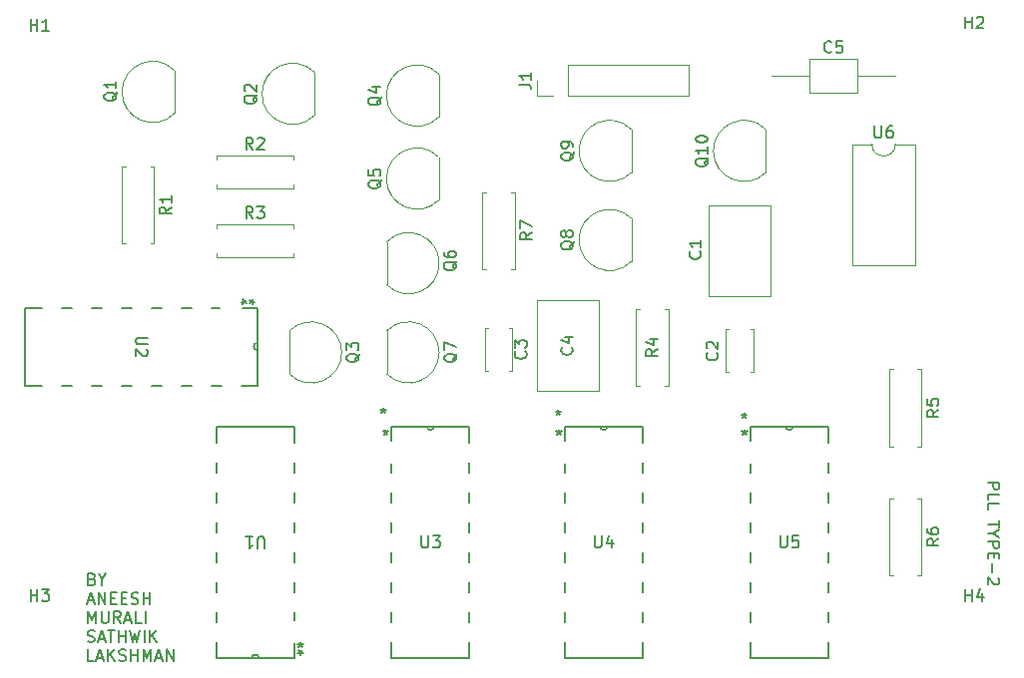
<source format=gbr>
%TF.GenerationSoftware,KiCad,Pcbnew,8.0.7*%
%TF.CreationDate,2024-12-10T16:24:59+05:30*%
%TF.ProjectId,FINAL PROJECT,46494e41-4c20-4505-924f-4a4543542e6b,rev?*%
%TF.SameCoordinates,Original*%
%TF.FileFunction,Legend,Top*%
%TF.FilePolarity,Positive*%
%FSLAX46Y46*%
G04 Gerber Fmt 4.6, Leading zero omitted, Abs format (unit mm)*
G04 Created by KiCad (PCBNEW 8.0.7) date 2024-12-10 16:24:59*
%MOMM*%
%LPD*%
G01*
G04 APERTURE LIST*
%ADD10C,0.150000*%
%ADD11C,0.120000*%
%ADD12C,0.152400*%
G04 APERTURE END LIST*
D10*
X194450180Y-110326779D02*
X195450180Y-110326779D01*
X195450180Y-110326779D02*
X195450180Y-110707731D01*
X195450180Y-110707731D02*
X195402561Y-110802969D01*
X195402561Y-110802969D02*
X195354942Y-110850588D01*
X195354942Y-110850588D02*
X195259704Y-110898207D01*
X195259704Y-110898207D02*
X195116847Y-110898207D01*
X195116847Y-110898207D02*
X195021609Y-110850588D01*
X195021609Y-110850588D02*
X194973990Y-110802969D01*
X194973990Y-110802969D02*
X194926371Y-110707731D01*
X194926371Y-110707731D02*
X194926371Y-110326779D01*
X194450180Y-111802969D02*
X194450180Y-111326779D01*
X194450180Y-111326779D02*
X195450180Y-111326779D01*
X194450180Y-112612493D02*
X194450180Y-112136303D01*
X194450180Y-112136303D02*
X195450180Y-112136303D01*
X195450180Y-113564875D02*
X195450180Y-114136303D01*
X194450180Y-113850589D02*
X195450180Y-113850589D01*
X194926371Y-114660113D02*
X194450180Y-114660113D01*
X195450180Y-114326780D02*
X194926371Y-114660113D01*
X194926371Y-114660113D02*
X195450180Y-114993446D01*
X194450180Y-115326780D02*
X195450180Y-115326780D01*
X195450180Y-115326780D02*
X195450180Y-115707732D01*
X195450180Y-115707732D02*
X195402561Y-115802970D01*
X195402561Y-115802970D02*
X195354942Y-115850589D01*
X195354942Y-115850589D02*
X195259704Y-115898208D01*
X195259704Y-115898208D02*
X195116847Y-115898208D01*
X195116847Y-115898208D02*
X195021609Y-115850589D01*
X195021609Y-115850589D02*
X194973990Y-115802970D01*
X194973990Y-115802970D02*
X194926371Y-115707732D01*
X194926371Y-115707732D02*
X194926371Y-115326780D01*
X194973990Y-116326780D02*
X194973990Y-116660113D01*
X194450180Y-116802970D02*
X194450180Y-116326780D01*
X194450180Y-116326780D02*
X195450180Y-116326780D01*
X195450180Y-116326780D02*
X195450180Y-116802970D01*
X194831133Y-117231542D02*
X194831133Y-117993447D01*
X195354942Y-118422018D02*
X195402561Y-118469637D01*
X195402561Y-118469637D02*
X195450180Y-118564875D01*
X195450180Y-118564875D02*
X195450180Y-118802970D01*
X195450180Y-118802970D02*
X195402561Y-118898208D01*
X195402561Y-118898208D02*
X195354942Y-118945827D01*
X195354942Y-118945827D02*
X195259704Y-118993446D01*
X195259704Y-118993446D02*
X195164466Y-118993446D01*
X195164466Y-118993446D02*
X195021609Y-118945827D01*
X195021609Y-118945827D02*
X194450180Y-118374399D01*
X194450180Y-118374399D02*
X194450180Y-118993446D01*
X118490112Y-118516233D02*
X118632969Y-118563852D01*
X118632969Y-118563852D02*
X118680588Y-118611471D01*
X118680588Y-118611471D02*
X118728207Y-118706709D01*
X118728207Y-118706709D02*
X118728207Y-118849566D01*
X118728207Y-118849566D02*
X118680588Y-118944804D01*
X118680588Y-118944804D02*
X118632969Y-118992424D01*
X118632969Y-118992424D02*
X118537731Y-119040043D01*
X118537731Y-119040043D02*
X118156779Y-119040043D01*
X118156779Y-119040043D02*
X118156779Y-118040043D01*
X118156779Y-118040043D02*
X118490112Y-118040043D01*
X118490112Y-118040043D02*
X118585350Y-118087662D01*
X118585350Y-118087662D02*
X118632969Y-118135281D01*
X118632969Y-118135281D02*
X118680588Y-118230519D01*
X118680588Y-118230519D02*
X118680588Y-118325757D01*
X118680588Y-118325757D02*
X118632969Y-118420995D01*
X118632969Y-118420995D02*
X118585350Y-118468614D01*
X118585350Y-118468614D02*
X118490112Y-118516233D01*
X118490112Y-118516233D02*
X118156779Y-118516233D01*
X119347255Y-118563852D02*
X119347255Y-119040043D01*
X119013922Y-118040043D02*
X119347255Y-118563852D01*
X119347255Y-118563852D02*
X119680588Y-118040043D01*
X118109160Y-120364272D02*
X118585350Y-120364272D01*
X118013922Y-120649987D02*
X118347255Y-119649987D01*
X118347255Y-119649987D02*
X118680588Y-120649987D01*
X119013922Y-120649987D02*
X119013922Y-119649987D01*
X119013922Y-119649987D02*
X119585350Y-120649987D01*
X119585350Y-120649987D02*
X119585350Y-119649987D01*
X120061541Y-120126177D02*
X120394874Y-120126177D01*
X120537731Y-120649987D02*
X120061541Y-120649987D01*
X120061541Y-120649987D02*
X120061541Y-119649987D01*
X120061541Y-119649987D02*
X120537731Y-119649987D01*
X120966303Y-120126177D02*
X121299636Y-120126177D01*
X121442493Y-120649987D02*
X120966303Y-120649987D01*
X120966303Y-120649987D02*
X120966303Y-119649987D01*
X120966303Y-119649987D02*
X121442493Y-119649987D01*
X121823446Y-120602368D02*
X121966303Y-120649987D01*
X121966303Y-120649987D02*
X122204398Y-120649987D01*
X122204398Y-120649987D02*
X122299636Y-120602368D01*
X122299636Y-120602368D02*
X122347255Y-120554748D01*
X122347255Y-120554748D02*
X122394874Y-120459510D01*
X122394874Y-120459510D02*
X122394874Y-120364272D01*
X122394874Y-120364272D02*
X122347255Y-120269034D01*
X122347255Y-120269034D02*
X122299636Y-120221415D01*
X122299636Y-120221415D02*
X122204398Y-120173796D01*
X122204398Y-120173796D02*
X122013922Y-120126177D01*
X122013922Y-120126177D02*
X121918684Y-120078558D01*
X121918684Y-120078558D02*
X121871065Y-120030939D01*
X121871065Y-120030939D02*
X121823446Y-119935701D01*
X121823446Y-119935701D02*
X121823446Y-119840463D01*
X121823446Y-119840463D02*
X121871065Y-119745225D01*
X121871065Y-119745225D02*
X121918684Y-119697606D01*
X121918684Y-119697606D02*
X122013922Y-119649987D01*
X122013922Y-119649987D02*
X122252017Y-119649987D01*
X122252017Y-119649987D02*
X122394874Y-119697606D01*
X122823446Y-120649987D02*
X122823446Y-119649987D01*
X122823446Y-120126177D02*
X123394874Y-120126177D01*
X123394874Y-120649987D02*
X123394874Y-119649987D01*
X118156779Y-122259931D02*
X118156779Y-121259931D01*
X118156779Y-121259931D02*
X118490112Y-121974216D01*
X118490112Y-121974216D02*
X118823445Y-121259931D01*
X118823445Y-121259931D02*
X118823445Y-122259931D01*
X119299636Y-121259931D02*
X119299636Y-122069454D01*
X119299636Y-122069454D02*
X119347255Y-122164692D01*
X119347255Y-122164692D02*
X119394874Y-122212312D01*
X119394874Y-122212312D02*
X119490112Y-122259931D01*
X119490112Y-122259931D02*
X119680588Y-122259931D01*
X119680588Y-122259931D02*
X119775826Y-122212312D01*
X119775826Y-122212312D02*
X119823445Y-122164692D01*
X119823445Y-122164692D02*
X119871064Y-122069454D01*
X119871064Y-122069454D02*
X119871064Y-121259931D01*
X120918683Y-122259931D02*
X120585350Y-121783740D01*
X120347255Y-122259931D02*
X120347255Y-121259931D01*
X120347255Y-121259931D02*
X120728207Y-121259931D01*
X120728207Y-121259931D02*
X120823445Y-121307550D01*
X120823445Y-121307550D02*
X120871064Y-121355169D01*
X120871064Y-121355169D02*
X120918683Y-121450407D01*
X120918683Y-121450407D02*
X120918683Y-121593264D01*
X120918683Y-121593264D02*
X120871064Y-121688502D01*
X120871064Y-121688502D02*
X120823445Y-121736121D01*
X120823445Y-121736121D02*
X120728207Y-121783740D01*
X120728207Y-121783740D02*
X120347255Y-121783740D01*
X121299636Y-121974216D02*
X121775826Y-121974216D01*
X121204398Y-122259931D02*
X121537731Y-121259931D01*
X121537731Y-121259931D02*
X121871064Y-122259931D01*
X122680588Y-122259931D02*
X122204398Y-122259931D01*
X122204398Y-122259931D02*
X122204398Y-121259931D01*
X123013922Y-122259931D02*
X123013922Y-121259931D01*
X118109160Y-123822256D02*
X118252017Y-123869875D01*
X118252017Y-123869875D02*
X118490112Y-123869875D01*
X118490112Y-123869875D02*
X118585350Y-123822256D01*
X118585350Y-123822256D02*
X118632969Y-123774636D01*
X118632969Y-123774636D02*
X118680588Y-123679398D01*
X118680588Y-123679398D02*
X118680588Y-123584160D01*
X118680588Y-123584160D02*
X118632969Y-123488922D01*
X118632969Y-123488922D02*
X118585350Y-123441303D01*
X118585350Y-123441303D02*
X118490112Y-123393684D01*
X118490112Y-123393684D02*
X118299636Y-123346065D01*
X118299636Y-123346065D02*
X118204398Y-123298446D01*
X118204398Y-123298446D02*
X118156779Y-123250827D01*
X118156779Y-123250827D02*
X118109160Y-123155589D01*
X118109160Y-123155589D02*
X118109160Y-123060351D01*
X118109160Y-123060351D02*
X118156779Y-122965113D01*
X118156779Y-122965113D02*
X118204398Y-122917494D01*
X118204398Y-122917494D02*
X118299636Y-122869875D01*
X118299636Y-122869875D02*
X118537731Y-122869875D01*
X118537731Y-122869875D02*
X118680588Y-122917494D01*
X119061541Y-123584160D02*
X119537731Y-123584160D01*
X118966303Y-123869875D02*
X119299636Y-122869875D01*
X119299636Y-122869875D02*
X119632969Y-123869875D01*
X119823446Y-122869875D02*
X120394874Y-122869875D01*
X120109160Y-123869875D02*
X120109160Y-122869875D01*
X120728208Y-123869875D02*
X120728208Y-122869875D01*
X120728208Y-123346065D02*
X121299636Y-123346065D01*
X121299636Y-123869875D02*
X121299636Y-122869875D01*
X121680589Y-122869875D02*
X121918684Y-123869875D01*
X121918684Y-123869875D02*
X122109160Y-123155589D01*
X122109160Y-123155589D02*
X122299636Y-123869875D01*
X122299636Y-123869875D02*
X122537732Y-122869875D01*
X122918684Y-123869875D02*
X122918684Y-122869875D01*
X123394874Y-123869875D02*
X123394874Y-122869875D01*
X123966302Y-123869875D02*
X123537731Y-123298446D01*
X123966302Y-122869875D02*
X123394874Y-123441303D01*
X118632969Y-125479819D02*
X118156779Y-125479819D01*
X118156779Y-125479819D02*
X118156779Y-124479819D01*
X118918684Y-125194104D02*
X119394874Y-125194104D01*
X118823446Y-125479819D02*
X119156779Y-124479819D01*
X119156779Y-124479819D02*
X119490112Y-125479819D01*
X119823446Y-125479819D02*
X119823446Y-124479819D01*
X120394874Y-125479819D02*
X119966303Y-124908390D01*
X120394874Y-124479819D02*
X119823446Y-125051247D01*
X120775827Y-125432200D02*
X120918684Y-125479819D01*
X120918684Y-125479819D02*
X121156779Y-125479819D01*
X121156779Y-125479819D02*
X121252017Y-125432200D01*
X121252017Y-125432200D02*
X121299636Y-125384580D01*
X121299636Y-125384580D02*
X121347255Y-125289342D01*
X121347255Y-125289342D02*
X121347255Y-125194104D01*
X121347255Y-125194104D02*
X121299636Y-125098866D01*
X121299636Y-125098866D02*
X121252017Y-125051247D01*
X121252017Y-125051247D02*
X121156779Y-125003628D01*
X121156779Y-125003628D02*
X120966303Y-124956009D01*
X120966303Y-124956009D02*
X120871065Y-124908390D01*
X120871065Y-124908390D02*
X120823446Y-124860771D01*
X120823446Y-124860771D02*
X120775827Y-124765533D01*
X120775827Y-124765533D02*
X120775827Y-124670295D01*
X120775827Y-124670295D02*
X120823446Y-124575057D01*
X120823446Y-124575057D02*
X120871065Y-124527438D01*
X120871065Y-124527438D02*
X120966303Y-124479819D01*
X120966303Y-124479819D02*
X121204398Y-124479819D01*
X121204398Y-124479819D02*
X121347255Y-124527438D01*
X121775827Y-125479819D02*
X121775827Y-124479819D01*
X121775827Y-124956009D02*
X122347255Y-124956009D01*
X122347255Y-125479819D02*
X122347255Y-124479819D01*
X122823446Y-125479819D02*
X122823446Y-124479819D01*
X122823446Y-124479819D02*
X123156779Y-125194104D01*
X123156779Y-125194104D02*
X123490112Y-124479819D01*
X123490112Y-124479819D02*
X123490112Y-125479819D01*
X123918684Y-125194104D02*
X124394874Y-125194104D01*
X123823446Y-125479819D02*
X124156779Y-124479819D01*
X124156779Y-124479819D02*
X124490112Y-125479819D01*
X124823446Y-125479819D02*
X124823446Y-124479819D01*
X124823446Y-124479819D02*
X125394874Y-125479819D01*
X125394874Y-125479819D02*
X125394874Y-124479819D01*
X171489580Y-99306666D02*
X171537200Y-99354285D01*
X171537200Y-99354285D02*
X171584819Y-99497142D01*
X171584819Y-99497142D02*
X171584819Y-99592380D01*
X171584819Y-99592380D02*
X171537200Y-99735237D01*
X171537200Y-99735237D02*
X171441961Y-99830475D01*
X171441961Y-99830475D02*
X171346723Y-99878094D01*
X171346723Y-99878094D02*
X171156247Y-99925713D01*
X171156247Y-99925713D02*
X171013390Y-99925713D01*
X171013390Y-99925713D02*
X170822914Y-99878094D01*
X170822914Y-99878094D02*
X170727676Y-99830475D01*
X170727676Y-99830475D02*
X170632438Y-99735237D01*
X170632438Y-99735237D02*
X170584819Y-99592380D01*
X170584819Y-99592380D02*
X170584819Y-99497142D01*
X170584819Y-99497142D02*
X170632438Y-99354285D01*
X170632438Y-99354285D02*
X170680057Y-99306666D01*
X170680057Y-98925713D02*
X170632438Y-98878094D01*
X170632438Y-98878094D02*
X170584819Y-98782856D01*
X170584819Y-98782856D02*
X170584819Y-98544761D01*
X170584819Y-98544761D02*
X170632438Y-98449523D01*
X170632438Y-98449523D02*
X170680057Y-98401904D01*
X170680057Y-98401904D02*
X170775295Y-98354285D01*
X170775295Y-98354285D02*
X170870533Y-98354285D01*
X170870533Y-98354285D02*
X171013390Y-98401904D01*
X171013390Y-98401904D02*
X171584819Y-98973332D01*
X171584819Y-98973332D02*
X171584819Y-98354285D01*
X166464819Y-99016666D02*
X165988628Y-99349999D01*
X166464819Y-99588094D02*
X165464819Y-99588094D01*
X165464819Y-99588094D02*
X165464819Y-99207142D01*
X165464819Y-99207142D02*
X165512438Y-99111904D01*
X165512438Y-99111904D02*
X165560057Y-99064285D01*
X165560057Y-99064285D02*
X165655295Y-99016666D01*
X165655295Y-99016666D02*
X165798152Y-99016666D01*
X165798152Y-99016666D02*
X165893390Y-99064285D01*
X165893390Y-99064285D02*
X165941009Y-99111904D01*
X165941009Y-99111904D02*
X165988628Y-99207142D01*
X165988628Y-99207142D02*
X165988628Y-99588094D01*
X165798152Y-98159523D02*
X166464819Y-98159523D01*
X165417200Y-98397618D02*
X166131485Y-98635713D01*
X166131485Y-98635713D02*
X166131485Y-98016666D01*
X132118333Y-82034819D02*
X131785000Y-81558628D01*
X131546905Y-82034819D02*
X131546905Y-81034819D01*
X131546905Y-81034819D02*
X131927857Y-81034819D01*
X131927857Y-81034819D02*
X132023095Y-81082438D01*
X132023095Y-81082438D02*
X132070714Y-81130057D01*
X132070714Y-81130057D02*
X132118333Y-81225295D01*
X132118333Y-81225295D02*
X132118333Y-81368152D01*
X132118333Y-81368152D02*
X132070714Y-81463390D01*
X132070714Y-81463390D02*
X132023095Y-81511009D01*
X132023095Y-81511009D02*
X131927857Y-81558628D01*
X131927857Y-81558628D02*
X131546905Y-81558628D01*
X132499286Y-81130057D02*
X132546905Y-81082438D01*
X132546905Y-81082438D02*
X132642143Y-81034819D01*
X132642143Y-81034819D02*
X132880238Y-81034819D01*
X132880238Y-81034819D02*
X132975476Y-81082438D01*
X132975476Y-81082438D02*
X133023095Y-81130057D01*
X133023095Y-81130057D02*
X133070714Y-81225295D01*
X133070714Y-81225295D02*
X133070714Y-81320533D01*
X133070714Y-81320533D02*
X133023095Y-81463390D01*
X133023095Y-81463390D02*
X132451667Y-82034819D01*
X132451667Y-82034819D02*
X133070714Y-82034819D01*
X113258095Y-120384819D02*
X113258095Y-119384819D01*
X113258095Y-119861009D02*
X113829523Y-119861009D01*
X113829523Y-120384819D02*
X113829523Y-119384819D01*
X114210476Y-119384819D02*
X114829523Y-119384819D01*
X114829523Y-119384819D02*
X114496190Y-119765771D01*
X114496190Y-119765771D02*
X114639047Y-119765771D01*
X114639047Y-119765771D02*
X114734285Y-119813390D01*
X114734285Y-119813390D02*
X114781904Y-119861009D01*
X114781904Y-119861009D02*
X114829523Y-119956247D01*
X114829523Y-119956247D02*
X114829523Y-120194342D01*
X114829523Y-120194342D02*
X114781904Y-120289580D01*
X114781904Y-120289580D02*
X114734285Y-120337200D01*
X114734285Y-120337200D02*
X114639047Y-120384819D01*
X114639047Y-120384819D02*
X114353333Y-120384819D01*
X114353333Y-120384819D02*
X114258095Y-120337200D01*
X114258095Y-120337200D02*
X114210476Y-120289580D01*
X143040057Y-84615238D02*
X142992438Y-84710476D01*
X142992438Y-84710476D02*
X142897200Y-84805714D01*
X142897200Y-84805714D02*
X142754342Y-84948571D01*
X142754342Y-84948571D02*
X142706723Y-85043809D01*
X142706723Y-85043809D02*
X142706723Y-85139047D01*
X142944819Y-85091428D02*
X142897200Y-85186666D01*
X142897200Y-85186666D02*
X142801961Y-85281904D01*
X142801961Y-85281904D02*
X142611485Y-85329523D01*
X142611485Y-85329523D02*
X142278152Y-85329523D01*
X142278152Y-85329523D02*
X142087676Y-85281904D01*
X142087676Y-85281904D02*
X141992438Y-85186666D01*
X141992438Y-85186666D02*
X141944819Y-85091428D01*
X141944819Y-85091428D02*
X141944819Y-84900952D01*
X141944819Y-84900952D02*
X141992438Y-84805714D01*
X141992438Y-84805714D02*
X142087676Y-84710476D01*
X142087676Y-84710476D02*
X142278152Y-84662857D01*
X142278152Y-84662857D02*
X142611485Y-84662857D01*
X142611485Y-84662857D02*
X142801961Y-84710476D01*
X142801961Y-84710476D02*
X142897200Y-84805714D01*
X142897200Y-84805714D02*
X142944819Y-84900952D01*
X142944819Y-84900952D02*
X142944819Y-85091428D01*
X141944819Y-83758095D02*
X141944819Y-84234285D01*
X141944819Y-84234285D02*
X142421009Y-84281904D01*
X142421009Y-84281904D02*
X142373390Y-84234285D01*
X142373390Y-84234285D02*
X142325771Y-84139047D01*
X142325771Y-84139047D02*
X142325771Y-83900952D01*
X142325771Y-83900952D02*
X142373390Y-83805714D01*
X142373390Y-83805714D02*
X142421009Y-83758095D01*
X142421009Y-83758095D02*
X142516247Y-83710476D01*
X142516247Y-83710476D02*
X142754342Y-83710476D01*
X142754342Y-83710476D02*
X142849580Y-83758095D01*
X142849580Y-83758095D02*
X142897200Y-83805714D01*
X142897200Y-83805714D02*
X142944819Y-83900952D01*
X142944819Y-83900952D02*
X142944819Y-84139047D01*
X142944819Y-84139047D02*
X142897200Y-84234285D01*
X142897200Y-84234285D02*
X142849580Y-84281904D01*
X159370057Y-82265238D02*
X159322438Y-82360476D01*
X159322438Y-82360476D02*
X159227200Y-82455714D01*
X159227200Y-82455714D02*
X159084342Y-82598571D01*
X159084342Y-82598571D02*
X159036723Y-82693809D01*
X159036723Y-82693809D02*
X159036723Y-82789047D01*
X159274819Y-82741428D02*
X159227200Y-82836666D01*
X159227200Y-82836666D02*
X159131961Y-82931904D01*
X159131961Y-82931904D02*
X158941485Y-82979523D01*
X158941485Y-82979523D02*
X158608152Y-82979523D01*
X158608152Y-82979523D02*
X158417676Y-82931904D01*
X158417676Y-82931904D02*
X158322438Y-82836666D01*
X158322438Y-82836666D02*
X158274819Y-82741428D01*
X158274819Y-82741428D02*
X158274819Y-82550952D01*
X158274819Y-82550952D02*
X158322438Y-82455714D01*
X158322438Y-82455714D02*
X158417676Y-82360476D01*
X158417676Y-82360476D02*
X158608152Y-82312857D01*
X158608152Y-82312857D02*
X158941485Y-82312857D01*
X158941485Y-82312857D02*
X159131961Y-82360476D01*
X159131961Y-82360476D02*
X159227200Y-82455714D01*
X159227200Y-82455714D02*
X159274819Y-82550952D01*
X159274819Y-82550952D02*
X159274819Y-82741428D01*
X159274819Y-81836666D02*
X159274819Y-81646190D01*
X159274819Y-81646190D02*
X159227200Y-81550952D01*
X159227200Y-81550952D02*
X159179580Y-81503333D01*
X159179580Y-81503333D02*
X159036723Y-81408095D01*
X159036723Y-81408095D02*
X158846247Y-81360476D01*
X158846247Y-81360476D02*
X158465295Y-81360476D01*
X158465295Y-81360476D02*
X158370057Y-81408095D01*
X158370057Y-81408095D02*
X158322438Y-81455714D01*
X158322438Y-81455714D02*
X158274819Y-81550952D01*
X158274819Y-81550952D02*
X158274819Y-81741428D01*
X158274819Y-81741428D02*
X158322438Y-81836666D01*
X158322438Y-81836666D02*
X158370057Y-81884285D01*
X158370057Y-81884285D02*
X158465295Y-81931904D01*
X158465295Y-81931904D02*
X158703390Y-81931904D01*
X158703390Y-81931904D02*
X158798628Y-81884285D01*
X158798628Y-81884285D02*
X158846247Y-81836666D01*
X158846247Y-81836666D02*
X158893866Y-81741428D01*
X158893866Y-81741428D02*
X158893866Y-81550952D01*
X158893866Y-81550952D02*
X158846247Y-81455714D01*
X158846247Y-81455714D02*
X158798628Y-81408095D01*
X158798628Y-81408095D02*
X158703390Y-81360476D01*
X155784819Y-89106666D02*
X155308628Y-89439999D01*
X155784819Y-89678094D02*
X154784819Y-89678094D01*
X154784819Y-89678094D02*
X154784819Y-89297142D01*
X154784819Y-89297142D02*
X154832438Y-89201904D01*
X154832438Y-89201904D02*
X154880057Y-89154285D01*
X154880057Y-89154285D02*
X154975295Y-89106666D01*
X154975295Y-89106666D02*
X155118152Y-89106666D01*
X155118152Y-89106666D02*
X155213390Y-89154285D01*
X155213390Y-89154285D02*
X155261009Y-89201904D01*
X155261009Y-89201904D02*
X155308628Y-89297142D01*
X155308628Y-89297142D02*
X155308628Y-89678094D01*
X154784819Y-88773332D02*
X154784819Y-88106666D01*
X154784819Y-88106666D02*
X155784819Y-88535237D01*
X149420057Y-91555238D02*
X149372438Y-91650476D01*
X149372438Y-91650476D02*
X149277200Y-91745714D01*
X149277200Y-91745714D02*
X149134342Y-91888571D01*
X149134342Y-91888571D02*
X149086723Y-91983809D01*
X149086723Y-91983809D02*
X149086723Y-92079047D01*
X149324819Y-92031428D02*
X149277200Y-92126666D01*
X149277200Y-92126666D02*
X149181961Y-92221904D01*
X149181961Y-92221904D02*
X148991485Y-92269523D01*
X148991485Y-92269523D02*
X148658152Y-92269523D01*
X148658152Y-92269523D02*
X148467676Y-92221904D01*
X148467676Y-92221904D02*
X148372438Y-92126666D01*
X148372438Y-92126666D02*
X148324819Y-92031428D01*
X148324819Y-92031428D02*
X148324819Y-91840952D01*
X148324819Y-91840952D02*
X148372438Y-91745714D01*
X148372438Y-91745714D02*
X148467676Y-91650476D01*
X148467676Y-91650476D02*
X148658152Y-91602857D01*
X148658152Y-91602857D02*
X148991485Y-91602857D01*
X148991485Y-91602857D02*
X149181961Y-91650476D01*
X149181961Y-91650476D02*
X149277200Y-91745714D01*
X149277200Y-91745714D02*
X149324819Y-91840952D01*
X149324819Y-91840952D02*
X149324819Y-92031428D01*
X148324819Y-90745714D02*
X148324819Y-90936190D01*
X148324819Y-90936190D02*
X148372438Y-91031428D01*
X148372438Y-91031428D02*
X148420057Y-91079047D01*
X148420057Y-91079047D02*
X148562914Y-91174285D01*
X148562914Y-91174285D02*
X148753390Y-91221904D01*
X148753390Y-91221904D02*
X149134342Y-91221904D01*
X149134342Y-91221904D02*
X149229580Y-91174285D01*
X149229580Y-91174285D02*
X149277200Y-91126666D01*
X149277200Y-91126666D02*
X149324819Y-91031428D01*
X149324819Y-91031428D02*
X149324819Y-90840952D01*
X149324819Y-90840952D02*
X149277200Y-90745714D01*
X149277200Y-90745714D02*
X149229580Y-90698095D01*
X149229580Y-90698095D02*
X149134342Y-90650476D01*
X149134342Y-90650476D02*
X148896247Y-90650476D01*
X148896247Y-90650476D02*
X148801009Y-90698095D01*
X148801009Y-90698095D02*
X148753390Y-90745714D01*
X148753390Y-90745714D02*
X148705771Y-90840952D01*
X148705771Y-90840952D02*
X148705771Y-91031428D01*
X148705771Y-91031428D02*
X148753390Y-91126666D01*
X148753390Y-91126666D02*
X148801009Y-91174285D01*
X148801009Y-91174285D02*
X148896247Y-91221904D01*
X192538095Y-71764819D02*
X192538095Y-70764819D01*
X192538095Y-71241009D02*
X193109523Y-71241009D01*
X193109523Y-71764819D02*
X193109523Y-70764819D01*
X193538095Y-70860057D02*
X193585714Y-70812438D01*
X193585714Y-70812438D02*
X193680952Y-70764819D01*
X193680952Y-70764819D02*
X193919047Y-70764819D01*
X193919047Y-70764819D02*
X194014285Y-70812438D01*
X194014285Y-70812438D02*
X194061904Y-70860057D01*
X194061904Y-70860057D02*
X194109523Y-70955295D01*
X194109523Y-70955295D02*
X194109523Y-71050533D01*
X194109523Y-71050533D02*
X194061904Y-71193390D01*
X194061904Y-71193390D02*
X193490476Y-71764819D01*
X193490476Y-71764819D02*
X194109523Y-71764819D01*
X159169580Y-98851666D02*
X159217200Y-98899285D01*
X159217200Y-98899285D02*
X159264819Y-99042142D01*
X159264819Y-99042142D02*
X159264819Y-99137380D01*
X159264819Y-99137380D02*
X159217200Y-99280237D01*
X159217200Y-99280237D02*
X159121961Y-99375475D01*
X159121961Y-99375475D02*
X159026723Y-99423094D01*
X159026723Y-99423094D02*
X158836247Y-99470713D01*
X158836247Y-99470713D02*
X158693390Y-99470713D01*
X158693390Y-99470713D02*
X158502914Y-99423094D01*
X158502914Y-99423094D02*
X158407676Y-99375475D01*
X158407676Y-99375475D02*
X158312438Y-99280237D01*
X158312438Y-99280237D02*
X158264819Y-99137380D01*
X158264819Y-99137380D02*
X158264819Y-99042142D01*
X158264819Y-99042142D02*
X158312438Y-98899285D01*
X158312438Y-98899285D02*
X158360057Y-98851666D01*
X158598152Y-97994523D02*
X159264819Y-97994523D01*
X158217200Y-98232618D02*
X158931485Y-98470713D01*
X158931485Y-98470713D02*
X158931485Y-97851666D01*
X190294819Y-104156666D02*
X189818628Y-104489999D01*
X190294819Y-104728094D02*
X189294819Y-104728094D01*
X189294819Y-104728094D02*
X189294819Y-104347142D01*
X189294819Y-104347142D02*
X189342438Y-104251904D01*
X189342438Y-104251904D02*
X189390057Y-104204285D01*
X189390057Y-104204285D02*
X189485295Y-104156666D01*
X189485295Y-104156666D02*
X189628152Y-104156666D01*
X189628152Y-104156666D02*
X189723390Y-104204285D01*
X189723390Y-104204285D02*
X189771009Y-104251904D01*
X189771009Y-104251904D02*
X189818628Y-104347142D01*
X189818628Y-104347142D02*
X189818628Y-104728094D01*
X189294819Y-103251904D02*
X189294819Y-103728094D01*
X189294819Y-103728094D02*
X189771009Y-103775713D01*
X189771009Y-103775713D02*
X189723390Y-103728094D01*
X189723390Y-103728094D02*
X189675771Y-103632856D01*
X189675771Y-103632856D02*
X189675771Y-103394761D01*
X189675771Y-103394761D02*
X189723390Y-103299523D01*
X189723390Y-103299523D02*
X189771009Y-103251904D01*
X189771009Y-103251904D02*
X189866247Y-103204285D01*
X189866247Y-103204285D02*
X190104342Y-103204285D01*
X190104342Y-103204285D02*
X190199580Y-103251904D01*
X190199580Y-103251904D02*
X190247200Y-103299523D01*
X190247200Y-103299523D02*
X190294819Y-103394761D01*
X190294819Y-103394761D02*
X190294819Y-103632856D01*
X190294819Y-103632856D02*
X190247200Y-103728094D01*
X190247200Y-103728094D02*
X190199580Y-103775713D01*
X154709819Y-76513333D02*
X155424104Y-76513333D01*
X155424104Y-76513333D02*
X155566961Y-76560952D01*
X155566961Y-76560952D02*
X155662200Y-76656190D01*
X155662200Y-76656190D02*
X155709819Y-76799047D01*
X155709819Y-76799047D02*
X155709819Y-76894285D01*
X155709819Y-75513333D02*
X155709819Y-76084761D01*
X155709819Y-75799047D02*
X154709819Y-75799047D01*
X154709819Y-75799047D02*
X154852676Y-75894285D01*
X154852676Y-75894285D02*
X154947914Y-75989523D01*
X154947914Y-75989523D02*
X154995533Y-76084761D01*
X190294819Y-115096666D02*
X189818628Y-115429999D01*
X190294819Y-115668094D02*
X189294819Y-115668094D01*
X189294819Y-115668094D02*
X189294819Y-115287142D01*
X189294819Y-115287142D02*
X189342438Y-115191904D01*
X189342438Y-115191904D02*
X189390057Y-115144285D01*
X189390057Y-115144285D02*
X189485295Y-115096666D01*
X189485295Y-115096666D02*
X189628152Y-115096666D01*
X189628152Y-115096666D02*
X189723390Y-115144285D01*
X189723390Y-115144285D02*
X189771009Y-115191904D01*
X189771009Y-115191904D02*
X189818628Y-115287142D01*
X189818628Y-115287142D02*
X189818628Y-115668094D01*
X189294819Y-114239523D02*
X189294819Y-114429999D01*
X189294819Y-114429999D02*
X189342438Y-114525237D01*
X189342438Y-114525237D02*
X189390057Y-114572856D01*
X189390057Y-114572856D02*
X189532914Y-114668094D01*
X189532914Y-114668094D02*
X189723390Y-114715713D01*
X189723390Y-114715713D02*
X190104342Y-114715713D01*
X190104342Y-114715713D02*
X190199580Y-114668094D01*
X190199580Y-114668094D02*
X190247200Y-114620475D01*
X190247200Y-114620475D02*
X190294819Y-114525237D01*
X190294819Y-114525237D02*
X190294819Y-114334761D01*
X190294819Y-114334761D02*
X190247200Y-114239523D01*
X190247200Y-114239523D02*
X190199580Y-114191904D01*
X190199580Y-114191904D02*
X190104342Y-114144285D01*
X190104342Y-114144285D02*
X189866247Y-114144285D01*
X189866247Y-114144285D02*
X189771009Y-114191904D01*
X189771009Y-114191904D02*
X189723390Y-114239523D01*
X189723390Y-114239523D02*
X189675771Y-114334761D01*
X189675771Y-114334761D02*
X189675771Y-114525237D01*
X189675771Y-114525237D02*
X189723390Y-114620475D01*
X189723390Y-114620475D02*
X189771009Y-114668094D01*
X189771009Y-114668094D02*
X189866247Y-114715713D01*
X113258095Y-71954819D02*
X113258095Y-70954819D01*
X113258095Y-71431009D02*
X113829523Y-71431009D01*
X113829523Y-71954819D02*
X113829523Y-70954819D01*
X114829523Y-71954819D02*
X114258095Y-71954819D01*
X114543809Y-71954819D02*
X114543809Y-70954819D01*
X114543809Y-70954819D02*
X114448571Y-71097676D01*
X114448571Y-71097676D02*
X114353333Y-71192914D01*
X114353333Y-71192914D02*
X114258095Y-71240533D01*
X159370057Y-89825238D02*
X159322438Y-89920476D01*
X159322438Y-89920476D02*
X159227200Y-90015714D01*
X159227200Y-90015714D02*
X159084342Y-90158571D01*
X159084342Y-90158571D02*
X159036723Y-90253809D01*
X159036723Y-90253809D02*
X159036723Y-90349047D01*
X159274819Y-90301428D02*
X159227200Y-90396666D01*
X159227200Y-90396666D02*
X159131961Y-90491904D01*
X159131961Y-90491904D02*
X158941485Y-90539523D01*
X158941485Y-90539523D02*
X158608152Y-90539523D01*
X158608152Y-90539523D02*
X158417676Y-90491904D01*
X158417676Y-90491904D02*
X158322438Y-90396666D01*
X158322438Y-90396666D02*
X158274819Y-90301428D01*
X158274819Y-90301428D02*
X158274819Y-90110952D01*
X158274819Y-90110952D02*
X158322438Y-90015714D01*
X158322438Y-90015714D02*
X158417676Y-89920476D01*
X158417676Y-89920476D02*
X158608152Y-89872857D01*
X158608152Y-89872857D02*
X158941485Y-89872857D01*
X158941485Y-89872857D02*
X159131961Y-89920476D01*
X159131961Y-89920476D02*
X159227200Y-90015714D01*
X159227200Y-90015714D02*
X159274819Y-90110952D01*
X159274819Y-90110952D02*
X159274819Y-90301428D01*
X158703390Y-89301428D02*
X158655771Y-89396666D01*
X158655771Y-89396666D02*
X158608152Y-89444285D01*
X158608152Y-89444285D02*
X158512914Y-89491904D01*
X158512914Y-89491904D02*
X158465295Y-89491904D01*
X158465295Y-89491904D02*
X158370057Y-89444285D01*
X158370057Y-89444285D02*
X158322438Y-89396666D01*
X158322438Y-89396666D02*
X158274819Y-89301428D01*
X158274819Y-89301428D02*
X158274819Y-89110952D01*
X158274819Y-89110952D02*
X158322438Y-89015714D01*
X158322438Y-89015714D02*
X158370057Y-88968095D01*
X158370057Y-88968095D02*
X158465295Y-88920476D01*
X158465295Y-88920476D02*
X158512914Y-88920476D01*
X158512914Y-88920476D02*
X158608152Y-88968095D01*
X158608152Y-88968095D02*
X158655771Y-89015714D01*
X158655771Y-89015714D02*
X158703390Y-89110952D01*
X158703390Y-89110952D02*
X158703390Y-89301428D01*
X158703390Y-89301428D02*
X158751009Y-89396666D01*
X158751009Y-89396666D02*
X158798628Y-89444285D01*
X158798628Y-89444285D02*
X158893866Y-89491904D01*
X158893866Y-89491904D02*
X159084342Y-89491904D01*
X159084342Y-89491904D02*
X159179580Y-89444285D01*
X159179580Y-89444285D02*
X159227200Y-89396666D01*
X159227200Y-89396666D02*
X159274819Y-89301428D01*
X159274819Y-89301428D02*
X159274819Y-89110952D01*
X159274819Y-89110952D02*
X159227200Y-89015714D01*
X159227200Y-89015714D02*
X159179580Y-88968095D01*
X159179580Y-88968095D02*
X159084342Y-88920476D01*
X159084342Y-88920476D02*
X158893866Y-88920476D01*
X158893866Y-88920476D02*
X158798628Y-88968095D01*
X158798628Y-88968095D02*
X158751009Y-89015714D01*
X158751009Y-89015714D02*
X158703390Y-89110952D01*
X125204819Y-86936666D02*
X124728628Y-87269999D01*
X125204819Y-87508094D02*
X124204819Y-87508094D01*
X124204819Y-87508094D02*
X124204819Y-87127142D01*
X124204819Y-87127142D02*
X124252438Y-87031904D01*
X124252438Y-87031904D02*
X124300057Y-86984285D01*
X124300057Y-86984285D02*
X124395295Y-86936666D01*
X124395295Y-86936666D02*
X124538152Y-86936666D01*
X124538152Y-86936666D02*
X124633390Y-86984285D01*
X124633390Y-86984285D02*
X124681009Y-87031904D01*
X124681009Y-87031904D02*
X124728628Y-87127142D01*
X124728628Y-87127142D02*
X124728628Y-87508094D01*
X125204819Y-85984285D02*
X125204819Y-86555713D01*
X125204819Y-86269999D02*
X124204819Y-86269999D01*
X124204819Y-86269999D02*
X124347676Y-86365237D01*
X124347676Y-86365237D02*
X124442914Y-86460475D01*
X124442914Y-86460475D02*
X124490533Y-86555713D01*
X155239580Y-99196666D02*
X155287200Y-99244285D01*
X155287200Y-99244285D02*
X155334819Y-99387142D01*
X155334819Y-99387142D02*
X155334819Y-99482380D01*
X155334819Y-99482380D02*
X155287200Y-99625237D01*
X155287200Y-99625237D02*
X155191961Y-99720475D01*
X155191961Y-99720475D02*
X155096723Y-99768094D01*
X155096723Y-99768094D02*
X154906247Y-99815713D01*
X154906247Y-99815713D02*
X154763390Y-99815713D01*
X154763390Y-99815713D02*
X154572914Y-99768094D01*
X154572914Y-99768094D02*
X154477676Y-99720475D01*
X154477676Y-99720475D02*
X154382438Y-99625237D01*
X154382438Y-99625237D02*
X154334819Y-99482380D01*
X154334819Y-99482380D02*
X154334819Y-99387142D01*
X154334819Y-99387142D02*
X154382438Y-99244285D01*
X154382438Y-99244285D02*
X154430057Y-99196666D01*
X154334819Y-98863332D02*
X154334819Y-98244285D01*
X154334819Y-98244285D02*
X154715771Y-98577618D01*
X154715771Y-98577618D02*
X154715771Y-98434761D01*
X154715771Y-98434761D02*
X154763390Y-98339523D01*
X154763390Y-98339523D02*
X154811009Y-98291904D01*
X154811009Y-98291904D02*
X154906247Y-98244285D01*
X154906247Y-98244285D02*
X155144342Y-98244285D01*
X155144342Y-98244285D02*
X155239580Y-98291904D01*
X155239580Y-98291904D02*
X155287200Y-98339523D01*
X155287200Y-98339523D02*
X155334819Y-98434761D01*
X155334819Y-98434761D02*
X155334819Y-98720475D01*
X155334819Y-98720475D02*
X155287200Y-98815713D01*
X155287200Y-98815713D02*
X155239580Y-98863332D01*
X170780057Y-82741428D02*
X170732438Y-82836666D01*
X170732438Y-82836666D02*
X170637200Y-82931904D01*
X170637200Y-82931904D02*
X170494342Y-83074761D01*
X170494342Y-83074761D02*
X170446723Y-83169999D01*
X170446723Y-83169999D02*
X170446723Y-83265237D01*
X170684819Y-83217618D02*
X170637200Y-83312856D01*
X170637200Y-83312856D02*
X170541961Y-83408094D01*
X170541961Y-83408094D02*
X170351485Y-83455713D01*
X170351485Y-83455713D02*
X170018152Y-83455713D01*
X170018152Y-83455713D02*
X169827676Y-83408094D01*
X169827676Y-83408094D02*
X169732438Y-83312856D01*
X169732438Y-83312856D02*
X169684819Y-83217618D01*
X169684819Y-83217618D02*
X169684819Y-83027142D01*
X169684819Y-83027142D02*
X169732438Y-82931904D01*
X169732438Y-82931904D02*
X169827676Y-82836666D01*
X169827676Y-82836666D02*
X170018152Y-82789047D01*
X170018152Y-82789047D02*
X170351485Y-82789047D01*
X170351485Y-82789047D02*
X170541961Y-82836666D01*
X170541961Y-82836666D02*
X170637200Y-82931904D01*
X170637200Y-82931904D02*
X170684819Y-83027142D01*
X170684819Y-83027142D02*
X170684819Y-83217618D01*
X170684819Y-81836666D02*
X170684819Y-82408094D01*
X170684819Y-82122380D02*
X169684819Y-82122380D01*
X169684819Y-82122380D02*
X169827676Y-82217618D01*
X169827676Y-82217618D02*
X169922914Y-82312856D01*
X169922914Y-82312856D02*
X169970533Y-82408094D01*
X169684819Y-81217618D02*
X169684819Y-81122380D01*
X169684819Y-81122380D02*
X169732438Y-81027142D01*
X169732438Y-81027142D02*
X169780057Y-80979523D01*
X169780057Y-80979523D02*
X169875295Y-80931904D01*
X169875295Y-80931904D02*
X170065771Y-80884285D01*
X170065771Y-80884285D02*
X170303866Y-80884285D01*
X170303866Y-80884285D02*
X170494342Y-80931904D01*
X170494342Y-80931904D02*
X170589580Y-80979523D01*
X170589580Y-80979523D02*
X170637200Y-81027142D01*
X170637200Y-81027142D02*
X170684819Y-81122380D01*
X170684819Y-81122380D02*
X170684819Y-81217618D01*
X170684819Y-81217618D02*
X170637200Y-81312856D01*
X170637200Y-81312856D02*
X170589580Y-81360475D01*
X170589580Y-81360475D02*
X170494342Y-81408094D01*
X170494342Y-81408094D02*
X170303866Y-81455713D01*
X170303866Y-81455713D02*
X170065771Y-81455713D01*
X170065771Y-81455713D02*
X169875295Y-81408094D01*
X169875295Y-81408094D02*
X169780057Y-81360475D01*
X169780057Y-81360475D02*
X169732438Y-81312856D01*
X169732438Y-81312856D02*
X169684819Y-81217618D01*
X170049580Y-90706666D02*
X170097200Y-90754285D01*
X170097200Y-90754285D02*
X170144819Y-90897142D01*
X170144819Y-90897142D02*
X170144819Y-90992380D01*
X170144819Y-90992380D02*
X170097200Y-91135237D01*
X170097200Y-91135237D02*
X170001961Y-91230475D01*
X170001961Y-91230475D02*
X169906723Y-91278094D01*
X169906723Y-91278094D02*
X169716247Y-91325713D01*
X169716247Y-91325713D02*
X169573390Y-91325713D01*
X169573390Y-91325713D02*
X169382914Y-91278094D01*
X169382914Y-91278094D02*
X169287676Y-91230475D01*
X169287676Y-91230475D02*
X169192438Y-91135237D01*
X169192438Y-91135237D02*
X169144819Y-90992380D01*
X169144819Y-90992380D02*
X169144819Y-90897142D01*
X169144819Y-90897142D02*
X169192438Y-90754285D01*
X169192438Y-90754285D02*
X169240057Y-90706666D01*
X170144819Y-89754285D02*
X170144819Y-90325713D01*
X170144819Y-90039999D02*
X169144819Y-90039999D01*
X169144819Y-90039999D02*
X169287676Y-90135237D01*
X169287676Y-90135237D02*
X169382914Y-90230475D01*
X169382914Y-90230475D02*
X169430533Y-90325713D01*
X161118095Y-114854819D02*
X161118095Y-115664342D01*
X161118095Y-115664342D02*
X161165714Y-115759580D01*
X161165714Y-115759580D02*
X161213333Y-115807200D01*
X161213333Y-115807200D02*
X161308571Y-115854819D01*
X161308571Y-115854819D02*
X161499047Y-115854819D01*
X161499047Y-115854819D02*
X161594285Y-115807200D01*
X161594285Y-115807200D02*
X161641904Y-115759580D01*
X161641904Y-115759580D02*
X161689523Y-115664342D01*
X161689523Y-115664342D02*
X161689523Y-114854819D01*
X162594285Y-115188152D02*
X162594285Y-115854819D01*
X162356190Y-114807200D02*
X162118095Y-115521485D01*
X162118095Y-115521485D02*
X162737142Y-115521485D01*
X158040000Y-104149819D02*
X158040000Y-104387914D01*
X157801905Y-104292676D02*
X158040000Y-104387914D01*
X158040000Y-104387914D02*
X158278095Y-104292676D01*
X157897143Y-104578390D02*
X158040000Y-104387914D01*
X158040000Y-104387914D02*
X158182857Y-104578390D01*
X158070000Y-105825119D02*
X158070000Y-106063214D01*
X157831905Y-105967976D02*
X158070000Y-106063214D01*
X158070000Y-106063214D02*
X158308095Y-105967976D01*
X157927143Y-106253690D02*
X158070000Y-106063214D01*
X158070000Y-106063214D02*
X158212857Y-106253690D01*
X141170057Y-99375238D02*
X141122438Y-99470476D01*
X141122438Y-99470476D02*
X141027200Y-99565714D01*
X141027200Y-99565714D02*
X140884342Y-99708571D01*
X140884342Y-99708571D02*
X140836723Y-99803809D01*
X140836723Y-99803809D02*
X140836723Y-99899047D01*
X141074819Y-99851428D02*
X141027200Y-99946666D01*
X141027200Y-99946666D02*
X140931961Y-100041904D01*
X140931961Y-100041904D02*
X140741485Y-100089523D01*
X140741485Y-100089523D02*
X140408152Y-100089523D01*
X140408152Y-100089523D02*
X140217676Y-100041904D01*
X140217676Y-100041904D02*
X140122438Y-99946666D01*
X140122438Y-99946666D02*
X140074819Y-99851428D01*
X140074819Y-99851428D02*
X140074819Y-99660952D01*
X140074819Y-99660952D02*
X140122438Y-99565714D01*
X140122438Y-99565714D02*
X140217676Y-99470476D01*
X140217676Y-99470476D02*
X140408152Y-99422857D01*
X140408152Y-99422857D02*
X140741485Y-99422857D01*
X140741485Y-99422857D02*
X140931961Y-99470476D01*
X140931961Y-99470476D02*
X141027200Y-99565714D01*
X141027200Y-99565714D02*
X141074819Y-99660952D01*
X141074819Y-99660952D02*
X141074819Y-99851428D01*
X140074819Y-99089523D02*
X140074819Y-98470476D01*
X140074819Y-98470476D02*
X140455771Y-98803809D01*
X140455771Y-98803809D02*
X140455771Y-98660952D01*
X140455771Y-98660952D02*
X140503390Y-98565714D01*
X140503390Y-98565714D02*
X140551009Y-98518095D01*
X140551009Y-98518095D02*
X140646247Y-98470476D01*
X140646247Y-98470476D02*
X140884342Y-98470476D01*
X140884342Y-98470476D02*
X140979580Y-98518095D01*
X140979580Y-98518095D02*
X141027200Y-98565714D01*
X141027200Y-98565714D02*
X141074819Y-98660952D01*
X141074819Y-98660952D02*
X141074819Y-98946666D01*
X141074819Y-98946666D02*
X141027200Y-99041904D01*
X141027200Y-99041904D02*
X140979580Y-99089523D01*
X176868095Y-114854819D02*
X176868095Y-115664342D01*
X176868095Y-115664342D02*
X176915714Y-115759580D01*
X176915714Y-115759580D02*
X176963333Y-115807200D01*
X176963333Y-115807200D02*
X177058571Y-115854819D01*
X177058571Y-115854819D02*
X177249047Y-115854819D01*
X177249047Y-115854819D02*
X177344285Y-115807200D01*
X177344285Y-115807200D02*
X177391904Y-115759580D01*
X177391904Y-115759580D02*
X177439523Y-115664342D01*
X177439523Y-115664342D02*
X177439523Y-114854819D01*
X178391904Y-114854819D02*
X177915714Y-114854819D01*
X177915714Y-114854819D02*
X177868095Y-115331009D01*
X177868095Y-115331009D02*
X177915714Y-115283390D01*
X177915714Y-115283390D02*
X178010952Y-115235771D01*
X178010952Y-115235771D02*
X178249047Y-115235771D01*
X178249047Y-115235771D02*
X178344285Y-115283390D01*
X178344285Y-115283390D02*
X178391904Y-115331009D01*
X178391904Y-115331009D02*
X178439523Y-115426247D01*
X178439523Y-115426247D02*
X178439523Y-115664342D01*
X178439523Y-115664342D02*
X178391904Y-115759580D01*
X178391904Y-115759580D02*
X178344285Y-115807200D01*
X178344285Y-115807200D02*
X178249047Y-115854819D01*
X178249047Y-115854819D02*
X178010952Y-115854819D01*
X178010952Y-115854819D02*
X177915714Y-115807200D01*
X177915714Y-115807200D02*
X177868095Y-115759580D01*
X173800000Y-104414819D02*
X173800000Y-104652914D01*
X173561905Y-104557676D02*
X173800000Y-104652914D01*
X173800000Y-104652914D02*
X174038095Y-104557676D01*
X173657143Y-104843390D02*
X173800000Y-104652914D01*
X173800000Y-104652914D02*
X173942857Y-104843390D01*
X173820000Y-105825119D02*
X173820000Y-106063214D01*
X173581905Y-105967976D02*
X173820000Y-106063214D01*
X173820000Y-106063214D02*
X174058095Y-105967976D01*
X173677143Y-106253690D02*
X173820000Y-106063214D01*
X173820000Y-106063214D02*
X173962857Y-106253690D01*
X181203333Y-73749580D02*
X181155714Y-73797200D01*
X181155714Y-73797200D02*
X181012857Y-73844819D01*
X181012857Y-73844819D02*
X180917619Y-73844819D01*
X180917619Y-73844819D02*
X180774762Y-73797200D01*
X180774762Y-73797200D02*
X180679524Y-73701961D01*
X180679524Y-73701961D02*
X180631905Y-73606723D01*
X180631905Y-73606723D02*
X180584286Y-73416247D01*
X180584286Y-73416247D02*
X180584286Y-73273390D01*
X180584286Y-73273390D02*
X180631905Y-73082914D01*
X180631905Y-73082914D02*
X180679524Y-72987676D01*
X180679524Y-72987676D02*
X180774762Y-72892438D01*
X180774762Y-72892438D02*
X180917619Y-72844819D01*
X180917619Y-72844819D02*
X181012857Y-72844819D01*
X181012857Y-72844819D02*
X181155714Y-72892438D01*
X181155714Y-72892438D02*
X181203333Y-72940057D01*
X182108095Y-72844819D02*
X181631905Y-72844819D01*
X181631905Y-72844819D02*
X181584286Y-73321009D01*
X181584286Y-73321009D02*
X181631905Y-73273390D01*
X181631905Y-73273390D02*
X181727143Y-73225771D01*
X181727143Y-73225771D02*
X181965238Y-73225771D01*
X181965238Y-73225771D02*
X182060476Y-73273390D01*
X182060476Y-73273390D02*
X182108095Y-73321009D01*
X182108095Y-73321009D02*
X182155714Y-73416247D01*
X182155714Y-73416247D02*
X182155714Y-73654342D01*
X182155714Y-73654342D02*
X182108095Y-73749580D01*
X182108095Y-73749580D02*
X182060476Y-73797200D01*
X182060476Y-73797200D02*
X181965238Y-73844819D01*
X181965238Y-73844819D02*
X181727143Y-73844819D01*
X181727143Y-73844819D02*
X181631905Y-73797200D01*
X181631905Y-73797200D02*
X181584286Y-73749580D01*
X146428095Y-114854819D02*
X146428095Y-115664342D01*
X146428095Y-115664342D02*
X146475714Y-115759580D01*
X146475714Y-115759580D02*
X146523333Y-115807200D01*
X146523333Y-115807200D02*
X146618571Y-115854819D01*
X146618571Y-115854819D02*
X146809047Y-115854819D01*
X146809047Y-115854819D02*
X146904285Y-115807200D01*
X146904285Y-115807200D02*
X146951904Y-115759580D01*
X146951904Y-115759580D02*
X146999523Y-115664342D01*
X146999523Y-115664342D02*
X146999523Y-114854819D01*
X147380476Y-114854819D02*
X147999523Y-114854819D01*
X147999523Y-114854819D02*
X147666190Y-115235771D01*
X147666190Y-115235771D02*
X147809047Y-115235771D01*
X147809047Y-115235771D02*
X147904285Y-115283390D01*
X147904285Y-115283390D02*
X147951904Y-115331009D01*
X147951904Y-115331009D02*
X147999523Y-115426247D01*
X147999523Y-115426247D02*
X147999523Y-115664342D01*
X147999523Y-115664342D02*
X147951904Y-115759580D01*
X147951904Y-115759580D02*
X147904285Y-115807200D01*
X147904285Y-115807200D02*
X147809047Y-115854819D01*
X147809047Y-115854819D02*
X147523333Y-115854819D01*
X147523333Y-115854819D02*
X147428095Y-115807200D01*
X147428095Y-115807200D02*
X147380476Y-115759580D01*
X143380000Y-105825119D02*
X143380000Y-106063214D01*
X143141905Y-105967976D02*
X143380000Y-106063214D01*
X143380000Y-106063214D02*
X143618095Y-105967976D01*
X143237143Y-106253690D02*
X143380000Y-106063214D01*
X143380000Y-106063214D02*
X143522857Y-106253690D01*
X143180000Y-104009819D02*
X143180000Y-104247914D01*
X142941905Y-104152676D02*
X143180000Y-104247914D01*
X143180000Y-104247914D02*
X143418095Y-104152676D01*
X143037143Y-104438390D02*
X143180000Y-104247914D01*
X143180000Y-104247914D02*
X143322857Y-104438390D01*
X133106904Y-115945180D02*
X133106904Y-115135657D01*
X133106904Y-115135657D02*
X133059285Y-115040419D01*
X133059285Y-115040419D02*
X133011666Y-114992800D01*
X133011666Y-114992800D02*
X132916428Y-114945180D01*
X132916428Y-114945180D02*
X132725952Y-114945180D01*
X132725952Y-114945180D02*
X132630714Y-114992800D01*
X132630714Y-114992800D02*
X132583095Y-115040419D01*
X132583095Y-115040419D02*
X132535476Y-115135657D01*
X132535476Y-115135657D02*
X132535476Y-115945180D01*
X131535476Y-114945180D02*
X132106904Y-114945180D01*
X131821190Y-114945180D02*
X131821190Y-115945180D01*
X131821190Y-115945180D02*
X131916428Y-115802323D01*
X131916428Y-115802323D02*
X132011666Y-115707085D01*
X132011666Y-115707085D02*
X132106904Y-115659466D01*
X136155000Y-123884519D02*
X136155000Y-124122614D01*
X135916905Y-124027376D02*
X136155000Y-124122614D01*
X136155000Y-124122614D02*
X136393095Y-124027376D01*
X136012143Y-124313090D02*
X136155000Y-124122614D01*
X136155000Y-124122614D02*
X136297857Y-124313090D01*
X136154999Y-124974880D02*
X136154999Y-124736785D01*
X136393094Y-124832023D02*
X136154999Y-124736785D01*
X136154999Y-124736785D02*
X135916904Y-124832023D01*
X136297856Y-124546309D02*
X136154999Y-124736785D01*
X136154999Y-124736785D02*
X136012142Y-124546309D01*
X143040057Y-77565238D02*
X142992438Y-77660476D01*
X142992438Y-77660476D02*
X142897200Y-77755714D01*
X142897200Y-77755714D02*
X142754342Y-77898571D01*
X142754342Y-77898571D02*
X142706723Y-77993809D01*
X142706723Y-77993809D02*
X142706723Y-78089047D01*
X142944819Y-78041428D02*
X142897200Y-78136666D01*
X142897200Y-78136666D02*
X142801961Y-78231904D01*
X142801961Y-78231904D02*
X142611485Y-78279523D01*
X142611485Y-78279523D02*
X142278152Y-78279523D01*
X142278152Y-78279523D02*
X142087676Y-78231904D01*
X142087676Y-78231904D02*
X141992438Y-78136666D01*
X141992438Y-78136666D02*
X141944819Y-78041428D01*
X141944819Y-78041428D02*
X141944819Y-77850952D01*
X141944819Y-77850952D02*
X141992438Y-77755714D01*
X141992438Y-77755714D02*
X142087676Y-77660476D01*
X142087676Y-77660476D02*
X142278152Y-77612857D01*
X142278152Y-77612857D02*
X142611485Y-77612857D01*
X142611485Y-77612857D02*
X142801961Y-77660476D01*
X142801961Y-77660476D02*
X142897200Y-77755714D01*
X142897200Y-77755714D02*
X142944819Y-77850952D01*
X142944819Y-77850952D02*
X142944819Y-78041428D01*
X142278152Y-76755714D02*
X142944819Y-76755714D01*
X141897200Y-76993809D02*
X142611485Y-77231904D01*
X142611485Y-77231904D02*
X142611485Y-76612857D01*
X132118333Y-87894819D02*
X131785000Y-87418628D01*
X131546905Y-87894819D02*
X131546905Y-86894819D01*
X131546905Y-86894819D02*
X131927857Y-86894819D01*
X131927857Y-86894819D02*
X132023095Y-86942438D01*
X132023095Y-86942438D02*
X132070714Y-86990057D01*
X132070714Y-86990057D02*
X132118333Y-87085295D01*
X132118333Y-87085295D02*
X132118333Y-87228152D01*
X132118333Y-87228152D02*
X132070714Y-87323390D01*
X132070714Y-87323390D02*
X132023095Y-87371009D01*
X132023095Y-87371009D02*
X131927857Y-87418628D01*
X131927857Y-87418628D02*
X131546905Y-87418628D01*
X132451667Y-86894819D02*
X133070714Y-86894819D01*
X133070714Y-86894819D02*
X132737381Y-87275771D01*
X132737381Y-87275771D02*
X132880238Y-87275771D01*
X132880238Y-87275771D02*
X132975476Y-87323390D01*
X132975476Y-87323390D02*
X133023095Y-87371009D01*
X133023095Y-87371009D02*
X133070714Y-87466247D01*
X133070714Y-87466247D02*
X133070714Y-87704342D01*
X133070714Y-87704342D02*
X133023095Y-87799580D01*
X133023095Y-87799580D02*
X132975476Y-87847200D01*
X132975476Y-87847200D02*
X132880238Y-87894819D01*
X132880238Y-87894819D02*
X132594524Y-87894819D01*
X132594524Y-87894819D02*
X132499286Y-87847200D01*
X132499286Y-87847200D02*
X132451667Y-87799580D01*
X192538095Y-120384819D02*
X192538095Y-119384819D01*
X192538095Y-119861009D02*
X193109523Y-119861009D01*
X193109523Y-120384819D02*
X193109523Y-119384819D01*
X194014285Y-119718152D02*
X194014285Y-120384819D01*
X193776190Y-119337200D02*
X193538095Y-120051485D01*
X193538095Y-120051485D02*
X194157142Y-120051485D01*
X120610057Y-77175238D02*
X120562438Y-77270476D01*
X120562438Y-77270476D02*
X120467200Y-77365714D01*
X120467200Y-77365714D02*
X120324342Y-77508571D01*
X120324342Y-77508571D02*
X120276723Y-77603809D01*
X120276723Y-77603809D02*
X120276723Y-77699047D01*
X120514819Y-77651428D02*
X120467200Y-77746666D01*
X120467200Y-77746666D02*
X120371961Y-77841904D01*
X120371961Y-77841904D02*
X120181485Y-77889523D01*
X120181485Y-77889523D02*
X119848152Y-77889523D01*
X119848152Y-77889523D02*
X119657676Y-77841904D01*
X119657676Y-77841904D02*
X119562438Y-77746666D01*
X119562438Y-77746666D02*
X119514819Y-77651428D01*
X119514819Y-77651428D02*
X119514819Y-77460952D01*
X119514819Y-77460952D02*
X119562438Y-77365714D01*
X119562438Y-77365714D02*
X119657676Y-77270476D01*
X119657676Y-77270476D02*
X119848152Y-77222857D01*
X119848152Y-77222857D02*
X120181485Y-77222857D01*
X120181485Y-77222857D02*
X120371961Y-77270476D01*
X120371961Y-77270476D02*
X120467200Y-77365714D01*
X120467200Y-77365714D02*
X120514819Y-77460952D01*
X120514819Y-77460952D02*
X120514819Y-77651428D01*
X120514819Y-76270476D02*
X120514819Y-76841904D01*
X120514819Y-76556190D02*
X119514819Y-76556190D01*
X119514819Y-76556190D02*
X119657676Y-76651428D01*
X119657676Y-76651428D02*
X119752914Y-76746666D01*
X119752914Y-76746666D02*
X119800533Y-76841904D01*
X149440057Y-99375238D02*
X149392438Y-99470476D01*
X149392438Y-99470476D02*
X149297200Y-99565714D01*
X149297200Y-99565714D02*
X149154342Y-99708571D01*
X149154342Y-99708571D02*
X149106723Y-99803809D01*
X149106723Y-99803809D02*
X149106723Y-99899047D01*
X149344819Y-99851428D02*
X149297200Y-99946666D01*
X149297200Y-99946666D02*
X149201961Y-100041904D01*
X149201961Y-100041904D02*
X149011485Y-100089523D01*
X149011485Y-100089523D02*
X148678152Y-100089523D01*
X148678152Y-100089523D02*
X148487676Y-100041904D01*
X148487676Y-100041904D02*
X148392438Y-99946666D01*
X148392438Y-99946666D02*
X148344819Y-99851428D01*
X148344819Y-99851428D02*
X148344819Y-99660952D01*
X148344819Y-99660952D02*
X148392438Y-99565714D01*
X148392438Y-99565714D02*
X148487676Y-99470476D01*
X148487676Y-99470476D02*
X148678152Y-99422857D01*
X148678152Y-99422857D02*
X149011485Y-99422857D01*
X149011485Y-99422857D02*
X149201961Y-99470476D01*
X149201961Y-99470476D02*
X149297200Y-99565714D01*
X149297200Y-99565714D02*
X149344819Y-99660952D01*
X149344819Y-99660952D02*
X149344819Y-99851428D01*
X148344819Y-99089523D02*
X148344819Y-98422857D01*
X148344819Y-98422857D02*
X149344819Y-98851428D01*
X123205180Y-98018095D02*
X122395657Y-98018095D01*
X122395657Y-98018095D02*
X122300419Y-98065714D01*
X122300419Y-98065714D02*
X122252800Y-98113333D01*
X122252800Y-98113333D02*
X122205180Y-98208571D01*
X122205180Y-98208571D02*
X122205180Y-98399047D01*
X122205180Y-98399047D02*
X122252800Y-98494285D01*
X122252800Y-98494285D02*
X122300419Y-98541904D01*
X122300419Y-98541904D02*
X122395657Y-98589523D01*
X122395657Y-98589523D02*
X123205180Y-98589523D01*
X123109942Y-99018095D02*
X123157561Y-99065714D01*
X123157561Y-99065714D02*
X123205180Y-99160952D01*
X123205180Y-99160952D02*
X123205180Y-99399047D01*
X123205180Y-99399047D02*
X123157561Y-99494285D01*
X123157561Y-99494285D02*
X123109942Y-99541904D01*
X123109942Y-99541904D02*
X123014704Y-99589523D01*
X123014704Y-99589523D02*
X122919466Y-99589523D01*
X122919466Y-99589523D02*
X122776609Y-99541904D01*
X122776609Y-99541904D02*
X122205180Y-98970476D01*
X122205180Y-98970476D02*
X122205180Y-99589523D01*
X132234880Y-94970000D02*
X131996785Y-94970000D01*
X132092023Y-94731905D02*
X131996785Y-94970000D01*
X131996785Y-94970000D02*
X132092023Y-95208095D01*
X131806309Y-94827143D02*
X131996785Y-94970000D01*
X131996785Y-94970000D02*
X131806309Y-95112857D01*
X131144519Y-94969999D02*
X131382614Y-94969999D01*
X131287376Y-95208094D02*
X131382614Y-94969999D01*
X131382614Y-94969999D02*
X131287376Y-94731904D01*
X131573090Y-95112856D02*
X131382614Y-94969999D01*
X131382614Y-94969999D02*
X131573090Y-94827142D01*
X132490057Y-77415238D02*
X132442438Y-77510476D01*
X132442438Y-77510476D02*
X132347200Y-77605714D01*
X132347200Y-77605714D02*
X132204342Y-77748571D01*
X132204342Y-77748571D02*
X132156723Y-77843809D01*
X132156723Y-77843809D02*
X132156723Y-77939047D01*
X132394819Y-77891428D02*
X132347200Y-77986666D01*
X132347200Y-77986666D02*
X132251961Y-78081904D01*
X132251961Y-78081904D02*
X132061485Y-78129523D01*
X132061485Y-78129523D02*
X131728152Y-78129523D01*
X131728152Y-78129523D02*
X131537676Y-78081904D01*
X131537676Y-78081904D02*
X131442438Y-77986666D01*
X131442438Y-77986666D02*
X131394819Y-77891428D01*
X131394819Y-77891428D02*
X131394819Y-77700952D01*
X131394819Y-77700952D02*
X131442438Y-77605714D01*
X131442438Y-77605714D02*
X131537676Y-77510476D01*
X131537676Y-77510476D02*
X131728152Y-77462857D01*
X131728152Y-77462857D02*
X132061485Y-77462857D01*
X132061485Y-77462857D02*
X132251961Y-77510476D01*
X132251961Y-77510476D02*
X132347200Y-77605714D01*
X132347200Y-77605714D02*
X132394819Y-77700952D01*
X132394819Y-77700952D02*
X132394819Y-77891428D01*
X131490057Y-77081904D02*
X131442438Y-77034285D01*
X131442438Y-77034285D02*
X131394819Y-76939047D01*
X131394819Y-76939047D02*
X131394819Y-76700952D01*
X131394819Y-76700952D02*
X131442438Y-76605714D01*
X131442438Y-76605714D02*
X131490057Y-76558095D01*
X131490057Y-76558095D02*
X131585295Y-76510476D01*
X131585295Y-76510476D02*
X131680533Y-76510476D01*
X131680533Y-76510476D02*
X131823390Y-76558095D01*
X131823390Y-76558095D02*
X132394819Y-77129523D01*
X132394819Y-77129523D02*
X132394819Y-76510476D01*
X184868095Y-80054819D02*
X184868095Y-80864342D01*
X184868095Y-80864342D02*
X184915714Y-80959580D01*
X184915714Y-80959580D02*
X184963333Y-81007200D01*
X184963333Y-81007200D02*
X185058571Y-81054819D01*
X185058571Y-81054819D02*
X185249047Y-81054819D01*
X185249047Y-81054819D02*
X185344285Y-81007200D01*
X185344285Y-81007200D02*
X185391904Y-80959580D01*
X185391904Y-80959580D02*
X185439523Y-80864342D01*
X185439523Y-80864342D02*
X185439523Y-80054819D01*
X186344285Y-80054819D02*
X186153809Y-80054819D01*
X186153809Y-80054819D02*
X186058571Y-80102438D01*
X186058571Y-80102438D02*
X186010952Y-80150057D01*
X186010952Y-80150057D02*
X185915714Y-80292914D01*
X185915714Y-80292914D02*
X185868095Y-80483390D01*
X185868095Y-80483390D02*
X185868095Y-80864342D01*
X185868095Y-80864342D02*
X185915714Y-80959580D01*
X185915714Y-80959580D02*
X185963333Y-81007200D01*
X185963333Y-81007200D02*
X186058571Y-81054819D01*
X186058571Y-81054819D02*
X186249047Y-81054819D01*
X186249047Y-81054819D02*
X186344285Y-81007200D01*
X186344285Y-81007200D02*
X186391904Y-80959580D01*
X186391904Y-80959580D02*
X186439523Y-80864342D01*
X186439523Y-80864342D02*
X186439523Y-80626247D01*
X186439523Y-80626247D02*
X186391904Y-80531009D01*
X186391904Y-80531009D02*
X186344285Y-80483390D01*
X186344285Y-80483390D02*
X186249047Y-80435771D01*
X186249047Y-80435771D02*
X186058571Y-80435771D01*
X186058571Y-80435771D02*
X185963333Y-80483390D01*
X185963333Y-80483390D02*
X185915714Y-80531009D01*
X185915714Y-80531009D02*
X185868095Y-80626247D01*
D11*
%TO.C,C2*%
X172260000Y-97320000D02*
X172505000Y-97320000D01*
X172260000Y-100960000D02*
X172260000Y-97320000D01*
X172260000Y-100960000D02*
X172505000Y-100960000D01*
X174355000Y-97320000D02*
X174600000Y-97320000D01*
X174355000Y-100960000D02*
X174600000Y-100960000D01*
X174600000Y-100960000D02*
X174600000Y-97320000D01*
%TO.C,R4*%
X164640000Y-95580000D02*
X164640000Y-102120000D01*
X164640000Y-102120000D02*
X164970000Y-102120000D01*
X164970000Y-95580000D02*
X164640000Y-95580000D01*
X167050000Y-95580000D02*
X167380000Y-95580000D01*
X167380000Y-95580000D02*
X167380000Y-102120000D01*
X167380000Y-102120000D02*
X167050000Y-102120000D01*
%TO.C,R2*%
X129015000Y-82580000D02*
X135555000Y-82580000D01*
X129015000Y-82910000D02*
X129015000Y-82580000D01*
X129015000Y-84990000D02*
X129015000Y-85320000D01*
X129015000Y-85320000D02*
X135555000Y-85320000D01*
X135555000Y-82580000D02*
X135555000Y-82910000D01*
X135555000Y-85320000D02*
X135555000Y-84990000D01*
%TO.C,Q5*%
X147900000Y-86320000D02*
X147900000Y-82720000D01*
X143450000Y-84520000D02*
G75*
G02*
X147888478Y-82681522I2600000J0D01*
G01*
X147888478Y-86358478D02*
G75*
G02*
X143449999Y-84520000I-1838478J1838478D01*
G01*
%TO.C,Q9*%
X164230000Y-83970000D02*
X164230000Y-80370000D01*
X159780000Y-82170000D02*
G75*
G02*
X164218478Y-80331522I2600000J0D01*
G01*
X164218478Y-84008478D02*
G75*
G02*
X159779999Y-82170000I-1838478J1838478D01*
G01*
%TO.C,R7*%
X151590000Y-85670000D02*
X151590000Y-92210000D01*
X151590000Y-92210000D02*
X151920000Y-92210000D01*
X151920000Y-85670000D02*
X151590000Y-85670000D01*
X154000000Y-85670000D02*
X154330000Y-85670000D01*
X154330000Y-85670000D02*
X154330000Y-92210000D01*
X154330000Y-92210000D02*
X154000000Y-92210000D01*
%TO.C,Q6*%
X143480000Y-89910000D02*
X143480000Y-93510000D01*
X143491522Y-89871522D02*
G75*
G02*
X147930001Y-91710000I1838478J-1838478D01*
G01*
X147930000Y-91710000D02*
G75*
G02*
X143491522Y-93548478I-2600000J0D01*
G01*
%TO.C,C4*%
X156190000Y-94815000D02*
X156190000Y-102555000D01*
X161430000Y-94815000D02*
X156190000Y-94815000D01*
X161430000Y-94815000D02*
X161430000Y-102555000D01*
X161430000Y-102555000D02*
X156190000Y-102555000D01*
%TO.C,R5*%
X186100000Y-100720000D02*
X186100000Y-107260000D01*
X186100000Y-107260000D02*
X186430000Y-107260000D01*
X186430000Y-100720000D02*
X186100000Y-100720000D01*
X188510000Y-100720000D02*
X188840000Y-100720000D01*
X188840000Y-100720000D02*
X188840000Y-107260000D01*
X188840000Y-107260000D02*
X188510000Y-107260000D01*
%TO.C,J1*%
X156255000Y-77510000D02*
X156255000Y-76180000D01*
X157585000Y-77510000D02*
X156255000Y-77510000D01*
X158855000Y-74850000D02*
X169075000Y-74850000D01*
X158855000Y-77510000D02*
X158855000Y-74850000D01*
X158855000Y-77510000D02*
X169075000Y-77510000D01*
X169075000Y-77510000D02*
X169075000Y-74850000D01*
%TO.C,R6*%
X186100000Y-111660000D02*
X186100000Y-118200000D01*
X186100000Y-118200000D02*
X186430000Y-118200000D01*
X186430000Y-111660000D02*
X186100000Y-111660000D01*
X188510000Y-111660000D02*
X188840000Y-111660000D01*
X188840000Y-111660000D02*
X188840000Y-118200000D01*
X188840000Y-118200000D02*
X188510000Y-118200000D01*
%TO.C,Q8*%
X164230000Y-91530000D02*
X164230000Y-87930000D01*
X159780000Y-89730000D02*
G75*
G02*
X164218478Y-87891522I2600000J0D01*
G01*
X164218478Y-91568478D02*
G75*
G02*
X159779999Y-89730000I-1838478J1838478D01*
G01*
%TO.C,R1*%
X121010000Y-83500000D02*
X121010000Y-90040000D01*
X121010000Y-90040000D02*
X121340000Y-90040000D01*
X121340000Y-83500000D02*
X121010000Y-83500000D01*
X123420000Y-83500000D02*
X123750000Y-83500000D01*
X123750000Y-83500000D02*
X123750000Y-90040000D01*
X123750000Y-90040000D02*
X123420000Y-90040000D01*
%TO.C,C3*%
X151790000Y-97250000D02*
X151790000Y-100890000D01*
X152035000Y-97250000D02*
X151790000Y-97250000D01*
X152035000Y-100890000D02*
X151790000Y-100890000D01*
X154130000Y-97250000D02*
X153885000Y-97250000D01*
X154130000Y-97250000D02*
X154130000Y-100890000D01*
X154130000Y-100890000D02*
X153885000Y-100890000D01*
%TO.C,Q10*%
X175640000Y-83970000D02*
X175640000Y-80370000D01*
X171190000Y-82170000D02*
G75*
G02*
X175628478Y-80331522I2600000J0D01*
G01*
X175628478Y-84008478D02*
G75*
G02*
X171189999Y-82170000I-1838478J1838478D01*
G01*
%TO.C,C1*%
X170810000Y-86790000D02*
X170810000Y-94530000D01*
X176050000Y-86790000D02*
X170810000Y-86790000D01*
X176050000Y-86790000D02*
X176050000Y-94530000D01*
X176050000Y-94530000D02*
X170810000Y-94530000D01*
D12*
%TO.C,U4*%
X158578000Y-105557500D02*
X158578000Y-106799560D01*
X158578000Y-108760440D02*
X158578000Y-109481431D01*
X158578000Y-111158569D02*
X158578000Y-112021431D01*
X158578000Y-113698569D02*
X158578000Y-114561431D01*
X158578000Y-116238569D02*
X158578000Y-117101431D01*
X158578000Y-118778569D02*
X158578000Y-119641431D01*
X158578000Y-121318569D02*
X158578000Y-122181431D01*
X158578000Y-123858569D02*
X158578000Y-125242500D01*
X158578000Y-125242500D02*
X165182000Y-125242500D01*
X165182000Y-105557500D02*
X158578000Y-105557500D01*
X165182000Y-106941431D02*
X165182000Y-105557500D01*
X165182000Y-109481431D02*
X165182000Y-108618569D01*
X165182000Y-112021431D02*
X165182000Y-111158569D01*
X165182000Y-114561431D02*
X165182000Y-113698569D01*
X165182000Y-117101431D02*
X165182000Y-116238569D01*
X165182000Y-119641431D02*
X165182000Y-118778569D01*
X165182000Y-122181431D02*
X165182000Y-121318569D01*
X165182000Y-125242500D02*
X165182000Y-123858569D01*
X162184800Y-105557500D02*
G75*
G02*
X161575200Y-105557500I-304800J0D01*
G01*
D11*
%TO.C,Q3*%
X135210000Y-97480000D02*
X135210000Y-101080000D01*
X135221522Y-97441522D02*
G75*
G02*
X139660001Y-99280000I1838478J-1838478D01*
G01*
X139660000Y-99280000D02*
G75*
G02*
X135221522Y-101118478I-2600000J0D01*
G01*
D12*
%TO.C,U5*%
X174328000Y-105557500D02*
X174328000Y-106799560D01*
X174328000Y-108760440D02*
X174328000Y-109481431D01*
X174328000Y-111158569D02*
X174328000Y-112021431D01*
X174328000Y-113698569D02*
X174328000Y-114561431D01*
X174328000Y-116238569D02*
X174328000Y-117101431D01*
X174328000Y-118778569D02*
X174328000Y-119641431D01*
X174328000Y-121318569D02*
X174328000Y-122181431D01*
X174328000Y-123858569D02*
X174328000Y-125242500D01*
X174328000Y-125242500D02*
X180932000Y-125242500D01*
X180932000Y-105557500D02*
X174328000Y-105557500D01*
X180932000Y-106941431D02*
X180932000Y-105557500D01*
X180932000Y-109481431D02*
X180932000Y-108618569D01*
X180932000Y-112021431D02*
X180932000Y-111158569D01*
X180932000Y-114561431D02*
X180932000Y-113698569D01*
X180932000Y-117101431D02*
X180932000Y-116238569D01*
X180932000Y-119641431D02*
X180932000Y-118778569D01*
X180932000Y-122181431D02*
X180932000Y-121318569D01*
X180932000Y-125242500D02*
X180932000Y-123858569D01*
X177934800Y-105557500D02*
G75*
G02*
X177325200Y-105557500I-304800J0D01*
G01*
D11*
%TO.C,C5*%
X176160000Y-75810000D02*
X179350000Y-75810000D01*
X179350000Y-74390000D02*
X179350000Y-77230000D01*
X179350000Y-77230000D02*
X183390000Y-77230000D01*
X183390000Y-74390000D02*
X179350000Y-74390000D01*
X183390000Y-77230000D02*
X183390000Y-74390000D01*
X186580000Y-75810000D02*
X183390000Y-75810000D01*
D12*
%TO.C,U3*%
X143888000Y-105557500D02*
X143888000Y-106799560D01*
X143888000Y-108760440D02*
X143888000Y-109481431D01*
X143888000Y-111158569D02*
X143888000Y-112021431D01*
X143888000Y-113698569D02*
X143888000Y-114561431D01*
X143888000Y-116238569D02*
X143888000Y-117101431D01*
X143888000Y-118778569D02*
X143888000Y-119641431D01*
X143888000Y-121318569D02*
X143888000Y-122181431D01*
X143888000Y-123858569D02*
X143888000Y-125242500D01*
X143888000Y-125242500D02*
X150492000Y-125242500D01*
X150492000Y-105557500D02*
X143888000Y-105557500D01*
X150492000Y-106941431D02*
X150492000Y-105557500D01*
X150492000Y-109481431D02*
X150492000Y-108618569D01*
X150492000Y-112021431D02*
X150492000Y-111158569D01*
X150492000Y-114561431D02*
X150492000Y-113698569D01*
X150492000Y-117101431D02*
X150492000Y-116238569D01*
X150492000Y-119641431D02*
X150492000Y-118778569D01*
X150492000Y-122181431D02*
X150492000Y-121318569D01*
X150492000Y-125242500D02*
X150492000Y-123858569D01*
X147494800Y-105557500D02*
G75*
G02*
X146885200Y-105557500I-304800J0D01*
G01*
%TO.C,U1*%
X129043000Y-105557500D02*
X129043000Y-106941431D01*
X129043000Y-108618569D02*
X129043000Y-109481431D01*
X129043000Y-111158569D02*
X129043000Y-112021431D01*
X129043000Y-113698569D02*
X129043000Y-114561431D01*
X129043000Y-116238569D02*
X129043000Y-117101431D01*
X129043000Y-118778569D02*
X129043000Y-119641431D01*
X129043000Y-121318569D02*
X129043000Y-122181431D01*
X129043000Y-123858569D02*
X129043000Y-125242500D01*
X129043000Y-125242500D02*
X135647000Y-125242500D01*
X135647000Y-105557500D02*
X129043000Y-105557500D01*
X135647000Y-106941431D02*
X135647000Y-105557500D01*
X135647000Y-109481431D02*
X135647000Y-108618569D01*
X135647000Y-112021431D02*
X135647000Y-111158569D01*
X135647000Y-114561431D02*
X135647000Y-113698569D01*
X135647000Y-117101431D02*
X135647000Y-116238569D01*
X135647000Y-119641431D02*
X135647000Y-118778569D01*
X135647000Y-122039560D02*
X135647000Y-121318569D01*
X135647000Y-125242500D02*
X135647000Y-124000440D01*
X132040200Y-125242500D02*
G75*
G02*
X132649800Y-125242500I304800J0D01*
G01*
D11*
%TO.C,Q4*%
X147900000Y-79270000D02*
X147900000Y-75670000D01*
X143450000Y-77470000D02*
G75*
G02*
X147888478Y-75631522I2600000J0D01*
G01*
X147888478Y-79308478D02*
G75*
G02*
X143449999Y-77470000I-1838478J1838478D01*
G01*
%TO.C,R3*%
X129015000Y-88440000D02*
X135555000Y-88440000D01*
X129015000Y-88770000D02*
X129015000Y-88440000D01*
X129015000Y-90850000D02*
X129015000Y-91180000D01*
X129015000Y-91180000D02*
X135555000Y-91180000D01*
X135555000Y-88440000D02*
X135555000Y-88770000D01*
X135555000Y-91180000D02*
X135555000Y-90850000D01*
%TO.C,Q1*%
X125470000Y-78960000D02*
X125470000Y-75360000D01*
X121020000Y-77160000D02*
G75*
G02*
X125458478Y-75321522I2600000J0D01*
G01*
X125458478Y-78998478D02*
G75*
G02*
X121019999Y-77160000I-1838478J1838478D01*
G01*
%TO.C,Q7*%
X143480000Y-97480000D02*
X143480000Y-101080000D01*
X143491522Y-97441522D02*
G75*
G02*
X147930001Y-99280000I1838478J-1838478D01*
G01*
X147930000Y-99280000D02*
G75*
G02*
X143491522Y-101118478I-2600000J0D01*
G01*
D12*
%TO.C,U2*%
X112817500Y-95478000D02*
X112817500Y-102082000D01*
X112817500Y-102082000D02*
X114201431Y-102082000D01*
X114201431Y-95478000D02*
X112817500Y-95478000D01*
X115878569Y-102082000D02*
X116741431Y-102082000D01*
X116741431Y-95478000D02*
X115878569Y-95478000D01*
X118418569Y-102082000D02*
X119281431Y-102082000D01*
X119281431Y-95478000D02*
X118418569Y-95478000D01*
X120958569Y-102082000D02*
X121821431Y-102082000D01*
X121821431Y-95478000D02*
X120958569Y-95478000D01*
X123498569Y-102082000D02*
X124361431Y-102082000D01*
X124361431Y-95478000D02*
X123498569Y-95478000D01*
X126038569Y-102082000D02*
X126901431Y-102082000D01*
X126901431Y-95478000D02*
X126038569Y-95478000D01*
X128578569Y-102082000D02*
X129441431Y-102082000D01*
X129299560Y-95478000D02*
X128578569Y-95478000D01*
X131118569Y-102082000D02*
X132502500Y-102082000D01*
X132502500Y-95478000D02*
X131260440Y-95478000D01*
X132502500Y-102082000D02*
X132502500Y-95478000D01*
X132502500Y-99084800D02*
G75*
G02*
X132502500Y-98475200I0J304800D01*
G01*
D11*
%TO.C,Q2*%
X137350000Y-79120000D02*
X137350000Y-75520000D01*
X132900000Y-77320000D02*
G75*
G02*
X137338478Y-75481522I2600000J0D01*
G01*
X137338478Y-79158478D02*
G75*
G02*
X132899999Y-77320000I-1838478J1838478D01*
G01*
%TO.C,U6*%
X182980000Y-81600000D02*
X182980000Y-91880000D01*
X182980000Y-91880000D02*
X188280000Y-91880000D01*
X184630000Y-81600000D02*
X182980000Y-81600000D01*
X188280000Y-81600000D02*
X186630000Y-81600000D01*
X188280000Y-91880000D02*
X188280000Y-81600000D01*
X186630000Y-81600000D02*
G75*
G02*
X184630000Y-81600000I-1000000J0D01*
G01*
%TD*%
M02*

</source>
